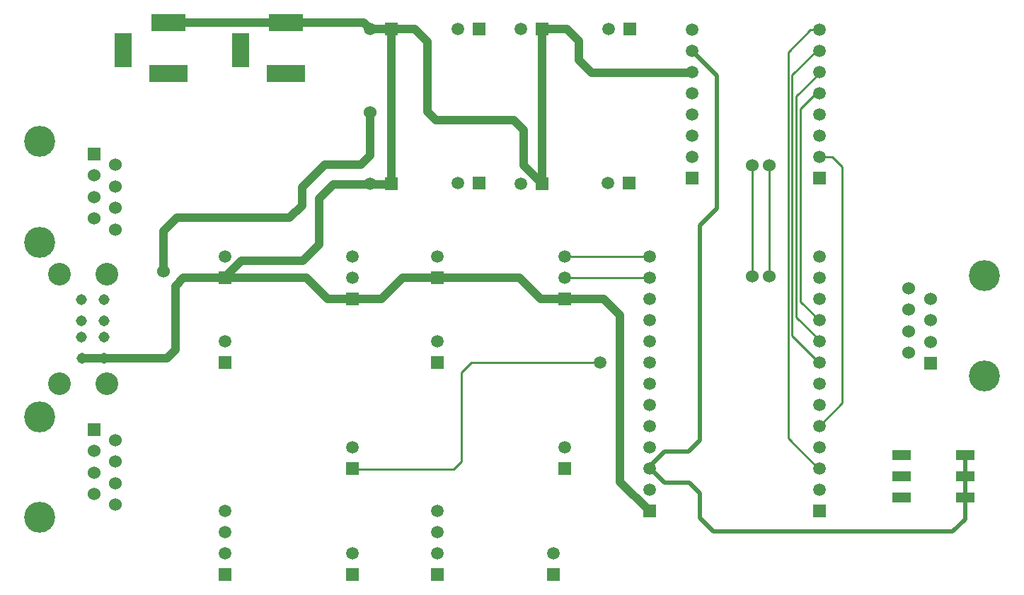
<source format=gtl>
G04 ---------------------------- Layer name :TOP LAYER*
G04 easyEDA 0.1*
G04 Scale: 100 percent, Rotated: No, Reflected: No *
G04 Dimensions in inches *
G04 leading zeros omitted , absolute positions ,2 integer and 4 * 
%FSLAX24Y24*%
%MOIN*%
G90*
G70D02*

%ADD11C,0.039370*%
%ADD12C,0.009842*%
%ADD13C,0.019685*%
%ADD14R,0.059000X0.059000*%
%ADD15C,0.059000*%
%ADD17C,0.146000*%
%ADD19R,0.060000X0.060000*%
%ADD20C,0.060000*%
%ADD22R,0.080000X0.160000*%
%ADD23R,0.160000X0.080000*%
%ADD24R,0.180000X0.080000*%
%ADD25C,0.051700*%
%ADD27C,0.106700*%
%ADD29R,0.085900X0.047700*%

%LPD*%
%LNVIA PAD TRACK COPPERAREA*%
G54D11*
G01X4799Y45511D02*
G01X5828Y45511D01*
G01X5828Y45511D02*
G01X8792Y45511D01*
G01X9188Y45907D01*
G01X9188Y48899D01*
G01X9582Y49293D01*
G01X11511Y49293D01*
G01X11519Y49301D01*
G54D12*
G01X29194Y45310D02*
G01X23119Y45310D01*
G01X22653Y44844D01*
G01X22653Y40631D01*
G01X22299Y40277D01*
G01X17542Y40277D01*
G01X17519Y40301D01*
G54D13*
G01X31519Y40301D02*
G01X31566Y40301D01*
G01X32220Y39647D01*
G01X33401Y39647D01*
G01X33913Y39135D01*
G01X33913Y37954D01*
G01X34543Y37324D01*
G01X45803Y37324D01*
G01X46393Y37915D01*
G01X46393Y38932D01*
G01X46411Y38950D01*
G54D12*
G01X36354Y54607D02*
G01X36354Y49379D01*
G01X37181Y54607D02*
G01X37181Y49379D01*
G54D11*
G01X14388Y61345D02*
G01X18056Y61340D01*
G01X18364Y61031D01*
G01X21519Y49300D02*
G01X25400Y49300D01*
G01X26393Y48308D01*
G01X27511Y48308D01*
G01X27519Y48300D01*
G01X17519Y48300D02*
G01X18904Y48300D01*
G01X19897Y49293D01*
G01X21511Y49293D01*
G01X21519Y49300D01*
G01X11519Y49300D02*
G01X15361Y49300D01*
G01X16353Y48308D01*
G01X17511Y48308D01*
G01X17519Y48300D01*
G01X27519Y48300D02*
G01X29353Y48300D01*
G01X30133Y47521D01*
G01X30133Y39686D01*
G01X31519Y38300D01*
G54D13*
G01X31520Y40300D02*
G01X31520Y40400D01*
G01X32220Y41100D01*
G01X33360Y41100D01*
G01X33910Y41650D01*
G01X33910Y51770D01*
G01X34700Y52560D01*
G01X34700Y58829D01*
G01X33520Y60010D01*
G54D12*
G01X39519Y55008D02*
G01X40126Y55008D01*
G01X40606Y54529D01*
G01X40606Y43388D01*
G01X39519Y42301D01*
G01X39520Y59010D02*
G01X39520Y58950D01*
G01X38440Y57879D01*
G01X38440Y47440D01*
G01X39520Y46360D01*
G01X39520Y46300D01*
G01X39520Y60010D02*
G01X39390Y60010D01*
G01X38240Y58860D01*
G01X38240Y46560D01*
G01X39500Y45300D01*
G01X39520Y45300D01*
G01X39519Y58008D02*
G01X39361Y58008D01*
G01X38637Y57285D01*
G01X38637Y48182D01*
G01X39519Y47301D01*
G01X39520Y61010D02*
G01X39110Y61010D01*
G01X38050Y59940D01*
G01X38050Y41730D01*
G01X39480Y40300D01*
G01X39520Y40300D01*
G01X27519Y50301D02*
G01X31519Y50301D01*
G01X27519Y49301D02*
G01X31519Y49301D01*
G54D13*
G01X46411Y39950D02*
G01X46411Y38950D01*
G01X46411Y40950D02*
G01X46411Y40500D01*
G01X46411Y39950D01*
G54D11*
G01X19364Y61031D02*
G01X19364Y53751D01*
G01X19368Y53747D01*
G01X26450Y61030D02*
G01X26450Y53749D01*
G01X26454Y53745D01*
G01X19364Y61031D02*
G01X20481Y61031D01*
G01X21078Y60434D01*
G01X21078Y57127D01*
G01X21472Y56733D01*
G01X25133Y56733D01*
G01X25606Y56261D01*
G01X25606Y54592D01*
G01X26454Y53745D01*
G01X26450Y61030D02*
G01X27647Y61030D01*
G01X28204Y60474D01*
G01X28204Y59568D01*
G01X28795Y58978D01*
G01X33488Y58978D01*
G01X33519Y59008D01*
G01X18364Y61031D02*
G01X19364Y61031D01*
G01X8866Y61341D02*
G01X14379Y61341D01*
G01X14380Y61340D01*
G01X11519Y49301D02*
G01X11519Y49339D01*
G01X12299Y50119D01*
G01X15212Y50119D01*
G01X15960Y50867D01*
G01X15960Y53033D01*
G01X16629Y53702D01*
G01X18323Y53702D01*
G01X18368Y53747D01*
G01X18323Y53702D02*
G01X19323Y53702D01*
G01X19368Y53747D01*
G01X18362Y57088D02*
G01X18362Y55080D01*
G01X17929Y54647D01*
G01X16236Y54647D01*
G01X15173Y53584D01*
G01X15173Y52718D01*
G01X14582Y52127D01*
G01X9267Y52127D01*
G01X8637Y51497D01*
G01X8637Y49608D01*
G01X8638Y49608D01*
G54D14*
G01X31519Y38301D03*
G54D15*
G01X31519Y39301D03*
G01X31519Y40301D03*
G01X31519Y41301D03*
G01X31519Y42301D03*
G01X31519Y43301D03*
G01X31519Y44301D03*
G01X31519Y45301D03*
G01X31519Y46301D03*
G01X31519Y47301D03*
G01X31519Y48301D03*
G01X31519Y49301D03*
G01X31519Y50301D03*
G54D14*
G01X39519Y38301D03*
G54D15*
G01X39519Y39301D03*
G01X39519Y40301D03*
G01X39519Y41301D03*
G01X39519Y42301D03*
G01X39519Y43301D03*
G01X39519Y44301D03*
G01X39519Y45301D03*
G01X39519Y46301D03*
G01X39519Y47301D03*
G01X39519Y48301D03*
G01X39519Y49301D03*
G01X39519Y50301D03*
G01X11519Y50301D03*
G54D14*
G01X11519Y49301D03*
G54D15*
G01X11519Y46301D03*
G54D14*
G01X11519Y45301D03*
G54D15*
G01X11519Y38301D03*
G01X11519Y37301D03*
G01X11519Y36301D03*
G54D14*
G01X11519Y35301D03*
G01X17519Y48301D03*
G54D15*
G01X17519Y49301D03*
G01X17519Y50301D03*
G01X17519Y41301D03*
G54D14*
G01X17519Y40301D03*
G54D15*
G01X17519Y36301D03*
G54D14*
G01X17519Y35301D03*
G54D15*
G01X21519Y50301D03*
G54D14*
G01X21519Y49301D03*
G54D15*
G01X21519Y46301D03*
G54D14*
G01X21519Y45301D03*
G54D15*
G01X21519Y38301D03*
G01X21519Y37301D03*
G01X21519Y36301D03*
G54D14*
G01X21519Y35301D03*
G01X27519Y48301D03*
G54D15*
G01X27519Y49301D03*
G01X27519Y50301D03*
G01X27519Y41301D03*
G54D14*
G01X27519Y40301D03*
G54D15*
G01X26983Y36316D03*
G54D14*
G01X26983Y35316D03*
G01X39519Y54008D03*
G54D15*
G01X39519Y55008D03*
G01X39519Y56008D03*
G01X39519Y57008D03*
G01X39519Y58008D03*
G01X39519Y59008D03*
G01X39519Y60008D03*
G01X39519Y61008D03*
G54D14*
G01X33519Y54008D03*
G54D15*
G01X33519Y55008D03*
G01X33519Y56008D03*
G01X33519Y57008D03*
G01X33519Y58008D03*
G01X33519Y59008D03*
G01X33519Y60008D03*
G01X33519Y61008D03*
G54D17*
G01X47300Y49411D03*
G01X47300Y44664D03*
G54D19*
G01X44760Y45258D03*
G54D20*
G01X43744Y45766D03*
G01X44760Y46274D03*
G01X43744Y46782D03*
G01X44760Y47290D03*
G01X43744Y47798D03*
G01X44760Y48306D03*
G01X43744Y48814D03*
G54D17*
G01X2811Y50987D03*
G01X2811Y55732D03*
G54D19*
G01X5350Y55139D03*
G54D20*
G01X6366Y54630D03*
G01X5350Y54123D03*
G01X6366Y53616D03*
G01X5350Y53106D03*
G01X6366Y52599D03*
G01X5350Y52092D03*
G01X6366Y51583D03*
G54D17*
G01X2811Y37994D03*
G01X2811Y42741D03*
G54D19*
G01X5350Y42147D03*
G54D20*
G01X6366Y41639D03*
G01X5350Y41131D03*
G01X6366Y40623D03*
G01X5350Y40115D03*
G01X6366Y39607D03*
G01X5350Y39099D03*
G01X6366Y38591D03*
G54D15*
G01X25454Y53745D03*
G54D14*
G01X26454Y53745D03*
G54D15*
G01X29582Y53761D03*
G54D14*
G01X30582Y53761D03*
G54D15*
G01X29586Y61036D03*
G54D14*
G01X30586Y61036D03*
G54D15*
G01X25450Y61030D03*
G54D14*
G01X26450Y61030D03*
G54D15*
G01X18368Y53747D03*
G54D14*
G01X19368Y53747D03*
G54D15*
G01X22495Y53762D03*
G54D14*
G01X23495Y53762D03*
G54D15*
G01X22500Y61037D03*
G54D14*
G01X23500Y61037D03*
G54D15*
G01X18364Y61031D03*
G54D14*
G01X19364Y61031D03*
G54D22*
G01X6741Y60042D03*
G54D23*
G01X8861Y61342D03*
G54D24*
G01X8861Y58942D03*
G54D22*
G01X12268Y60045D03*
G54D23*
G01X14388Y61345D03*
G54D24*
G01X14388Y58945D03*
G54D25*
G01X4778Y48271D03*
G01X4778Y47281D03*
G01X4778Y46501D03*
G01X4799Y45511D03*
G54D27*
G01X3729Y44311D03*
G01X3729Y49471D03*
G01X5969Y44311D03*
G01X5969Y49471D03*
G54D25*
G01X5828Y45511D03*
G01X5828Y46501D03*
G01X5828Y47281D03*
G01X5828Y48271D03*
G54D29*
G01X46411Y40950D03*
G01X46411Y39950D03*
G01X46411Y38950D03*
G01X43411Y38950D03*
G01X43411Y39950D03*
G01X43411Y40950D03*
G54D20*
G01X18362Y57088D03*
G01X8638Y49608D03*
G01X36354Y54607D03*
G01X37181Y54607D03*
G01X36354Y49379D03*
G01X37181Y49379D03*
G54D15*
G01X29194Y45310D03*

M00*
M02*
</source>
